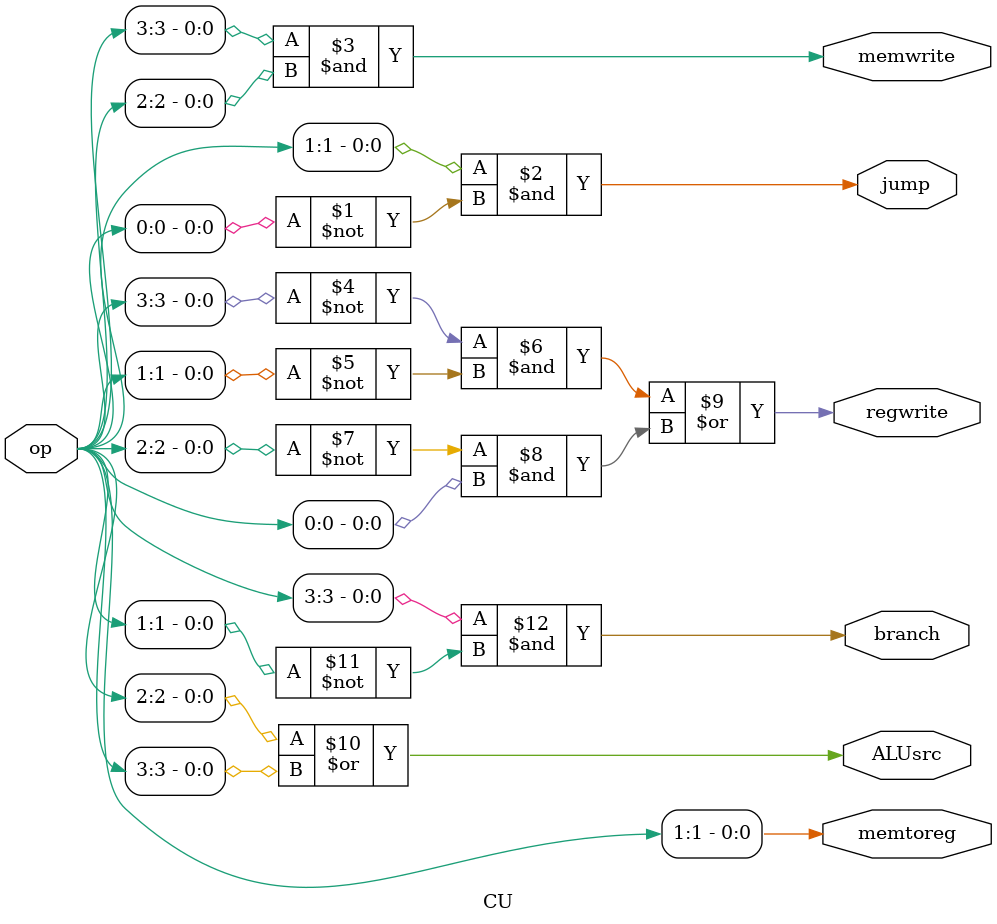
<source format=v>
module CU(op,jump,memtoreg,memwrite,regwrite,ALUsrc,branch);
input [3:0]op;
output jump,memtoreg,memwrite,regwrite,ALUsrc,branch;
assign jump=op[1]&(~op[0]);
assign memtoreg=op[1];
assign memwrite=op[3]&op[2];
assign regwrite=(~op[3]&~op[1])|(~op[2]&op[0]);
assign ALUsrc=op[2]|op[3];
assign branch=op[3]&(~op[1]);
endmodule


</source>
